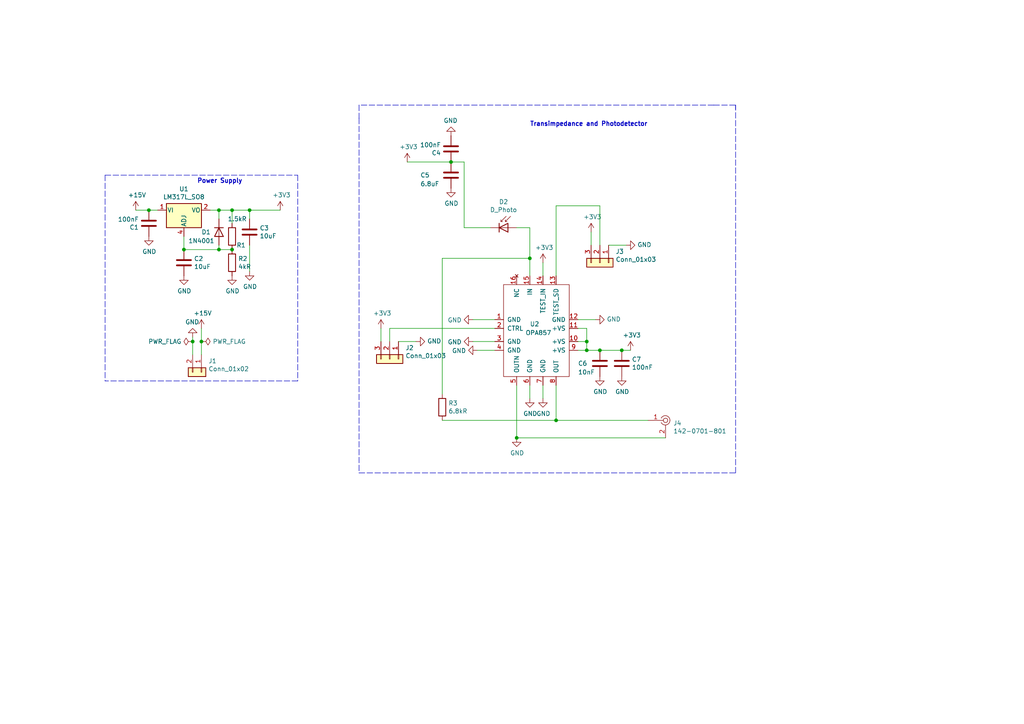
<source format=kicad_sch>
(kicad_sch (version 20211123) (generator eeschema)
  (paper "A4")
  (title_block (title "Fast photodetector ") (rev "0.2"))
  (lib_symbols
    (symbol "Connector_Generic:Conn_01x02" (pin_names (offset 1.016) hide)
      (property "Reference" "J" (at 0 2.54 0))
      (property "Value" "Conn_01x02" (at 0 -5.08 0))
      (symbol "Conn_01x02_1_1"
        (rectangle (start -1.27 -2.413) (end 0 -2.667) (stroke (width 0.1524)))
        (rectangle (start -1.27 0.127) (end 0 -0.127) (stroke (width 0.1524)))
        (rectangle (start -1.27 1.27) (end 1.27 -3.81) (stroke (width 0.254)) (fill (type background)))
        (pin passive line (at -5.08 0 0) (length 3.81) (name "Pin_1") (number "1"))
        (pin passive line (at -5.08 -2.54 0) (length 3.81) (name "Pin_2") (number "2"))
      )
    )
    (symbol "Connector_Generic:Conn_01x03" (pin_names (offset 1.016) hide)
      (property "Reference" "J" (at 0 5.08 0))
      (property "Value" "Conn_01x03" (at 0 -5.08 0))
      (symbol "Conn_01x03_1_1"
        (rectangle (start -1.27 -2.413) (end 0 -2.667) (stroke (width 0.1524)))
        (rectangle (start -1.27 0.127) (end 0 -0.127) (stroke (width 0.1524)))
        (rectangle (start -1.27 2.667) (end 0 2.413) (stroke (width 0.1524)))
        (rectangle (start -1.27 3.81) (end 1.27 -3.81) (stroke (width 0.254)) (fill (type background)))
        (pin passive line (at -5.08 2.54 0) (length 3.81) (name "Pin_1") (number "1"))
        (pin passive line (at -5.08 0 0) (length 3.81) (name "Pin_2") (number "2"))
        (pin passive line (at -5.08 -2.54 0) (length 3.81) (name "Pin_3") (number "3"))
      )
    )
    (symbol "Device:C" (pin_numbers hide) (pin_names (offset 0.254))
      (property "Reference" "C" (at 0.635 2.54 0))
      (property "Value" "C" (at 0.635 -2.54 0))
      (symbol "C_0_1"
        (polyline (pts (xy -2.032 -0.762) (xy 2.032 -0.762)) (stroke (width 0.508)))
        (polyline (pts (xy -2.032 0.762) (xy 2.032 0.762)) (stroke (width 0.508)))
      )
      (symbol "C_1_1"
        (pin passive line (at 0 3.81 270) (length 2.794) (name "~") (number "1"))
        (pin passive line (at 0 -3.81 90) (length 2.794) (name "~") (number "2"))
      )
    )
    (symbol "Device:D_Photo" (pin_numbers hide) (pin_names hide)
      (property "Reference" "D" (at 0.508 1.778 0))
      (property "Value" "D_Photo" (at -1.016 -2.794 0))
      (symbol "D_Photo_0_1"
        (polyline (pts (xy -2.54 1.27) (xy -2.54 -1.27)) (stroke (width 0.254)))
        (polyline (pts (xy -2.032 1.778) (xy -1.524 1.778)))
        (polyline (pts (xy 0 0) (xy -2.54 0)))
        (polyline (pts (xy -0.508 3.302) (xy -2.032 1.778) (xy -2.032 2.286)))
        (polyline (pts (xy 0 -1.27) (xy 0 1.27) (xy -2.54 0) (xy 0 -1.27)) (stroke (width 0.254)))
        (polyline (pts (xy 0.762 3.302) (xy -0.762 1.778) (xy -0.762 2.286) (xy -0.762 1.778) (xy -0.254 1.778)))
      )
      (symbol "D_Photo_1_1"
        (pin passive line (at -5.08 0 0) (length 2.54) (name "K") (number "1"))
        (pin passive line (at 2.54 0 180) (length 2.54) (name "A") (number "2"))
      )
    )
    (symbol "Device:R" (pin_numbers hide) (pin_names (offset 0))
      (property "Reference" "R" (at 2.032 0 90))
      (property "Value" "R" (at 0 0 90))
      (symbol "R_0_1"
        (rectangle (start -1.016 -2.54) (end 1.016 2.54) (stroke (width 0.254)))
      )
      (symbol "R_1_1"
        (pin passive line (at 0 3.81 270) (length 1.27) (name "~") (number "1"))
        (pin passive line (at 0 -3.81 90) (length 1.27) (name "~") (number "2"))
      )
    )
    (symbol "Diode:1N4001" (pin_numbers hide) (pin_names hide)
      (property "Reference" "D" (at 0 2.54 0))
      (property "Value" "1N4001" (at 0 -2.54 0))
      (symbol "1N4001_0_1"
        (polyline (pts (xy -1.27 1.27) (xy -1.27 -1.27)) (stroke (width 0.254)))
        (polyline (pts (xy 1.27 0) (xy -1.27 0)))
        (polyline (pts (xy 1.27 1.27) (xy 1.27 -1.27) (xy -1.27 0) (xy 1.27 1.27)) (stroke (width 0.254)))
      )
      (symbol "1N4001_1_1"
        (pin passive line (at -3.81 0 0) (length 2.54) (name "K") (number "1"))
        (pin passive line (at 3.81 0 180) (length 2.54) (name "A") (number "2"))
      )
    )
    (symbol "HighSpeedPD-rescue:142-0701-801-dk_Coaxial-Connectors-RF" (pin_names (offset 1.016))
      (property "Reference" "J" (at -1.27 1.27 0))
      (property "Value" "142-0701-801-dk_Coaxial-Connectors-RF" (at 1.27 -2.54 0))
      (symbol "142-0701-801-dk_Coaxial-Connectors-RF_1_1"
        (arc (start -1.27 0) (mid -0.2651 -1.3081) (end 1.27 -0.635))
        (circle (center 0 0) (radius 0.635))
        (arc (start 1.27 0.635) (mid -0.2496 1.3256) (end -1.27 0))
        (pin passive line (at 5.08 0 180) (length 4.445) (name "~") (number "1"))
        (pin passive line (at 0 -5.08 90) (length 3.683) (name "~") (number "2"))
      )
    )
    (symbol "PD:OPA857" (pin_names (offset 1.016))
      (property "Reference" "U" (at 0 0 0))
      (property "Value" "OPA857" (at 0 2.54 0))
      (symbol "OPA857_0_1"
        (rectangle (start -8.89 13.97) (end 10.16 -12.7))
      )
      (symbol "OPA857_1_1"
        (pin passive line (at -11.43 3.81 0) (length 2.54) (name "GND") (number "1"))
        (pin power_in line (at 12.7 -2.54 180) (length 2.54) (name "+VS") (number "10"))
        (pin power_in line (at 12.7 1.27 180) (length 2.54) (name "+VS") (number "11"))
        (pin passive line (at 12.7 3.81 180) (length 2.54) (name "GND") (number "12"))
        (pin input line (at 6.35 16.51 270) (length 2.54) (name "TEST_SD") (number "13"))
        (pin input line (at 2.54 16.51 270) (length 2.54) (name "TEST_IN") (number "14"))
        (pin input line (at -1.27 16.51 270) (length 2.54) (name "IN") (number "15"))
        (pin no_connect line (at -5.08 16.51 270) (length 2.54) (name "NC") (number "16"))
        (pin input line (at -11.43 1.27 0) (length 2.54) (name "CTRL") (number "2"))
        (pin passive line (at -11.43 -2.54 0) (length 2.54) (name "GND") (number "3"))
        (pin passive line (at -11.43 -5.08 0) (length 2.54) (name "GND") (number "4"))
        (pin output line (at -5.08 -15.24 90) (length 2.54) (name "OUTN") (number "5"))
        (pin passive line (at -1.27 -15.24 90) (length 2.54) (name "GND") (number "6"))
        (pin passive line (at 2.54 -15.24 90) (length 2.54) (name "GND") (number "7"))
        (pin output line (at 6.35 -15.24 90) (length 2.54) (name "OUT") (number "8"))
        (pin power_in line (at 12.7 -5.08 180) (length 2.54) (name "+VS") (number "9"))
      )
    )
    (symbol "Regulator_Linear:LM317L_SO8" (pin_names (offset 0.254))
      (property "Reference" "U" (at -3.81 3.175 0))
      (property "Value" "LM317L_SO8" (at 0 3.175 0))
      (symbol "LM317L_SO8_0_1"
        (rectangle (start -5.08 1.905) (end 5.08 -5.08) (stroke (width 0.254)) (fill (type background)))
      )
      (symbol "LM317L_SO8_1_1"
        (pin power_in line (at -7.62 0 0) (length 2.54) (name "VI") (number "1"))
        (pin power_out line (at 7.62 0 180) (length 2.54) (name "VO") (number "2"))
        (pin passive line (at 7.62 0 180) (length 2.54) hide (name "VO") (number "3"))
        (pin input line (at 0 -7.62 90) (length 2.54) (name "ADJ") (number "4"))
        (pin no_connect line (at -7.62 -2.54 0) (length 2.54) hide (name "NC") (number "5"))
        (pin passive line (at 7.62 0 180) (length 2.54) hide (name "VO") (number "6"))
        (pin passive line (at 7.62 0 180) (length 2.54) hide (name "VO") (number "7"))
        (pin no_connect line (at 7.62 -2.54 180) (length 2.54) hide (name "NC") (number "8"))
      )
    )
    (symbol "power:+15V" (power) (pin_names (offset 0))
      (property "Value" "+15V" (at 0 3.556 0))
      (symbol "+15V_0_1"
        (polyline (pts (xy -0.762 1.27) (xy 0 2.54)))
        (polyline (pts (xy 0 0) (xy 0 2.54)))
        (polyline (pts (xy 0 2.54) (xy 0.762 1.27)))
      )
      (symbol "+15V_1_1"
        (pin power_in line (at 0 0 90) (length 0) hide (name "+15V") (number "1"))
      )
    )
    (symbol "power:+3V3" (power) (pin_names (offset 0))
      (property "Value" "+3V3" (at 0 3.556 0))
      (symbol "+3V3_0_1"
        (polyline (pts (xy -0.762 1.27) (xy 0 2.54)))
        (polyline (pts (xy 0 0) (xy 0 2.54)))
        (polyline (pts (xy 0 2.54) (xy 0.762 1.27)))
      )
      (symbol "+3V3_1_1"
        (pin power_in line (at 0 0 90) (length 0) hide (name "+3V3") (number "1"))
      )
    )
    (symbol "power:GND" (power) (pin_names (offset 0))
      (property "Value" "GND" (at 0 -3.81 0))
      (symbol "GND_0_1"
        (polyline (pts (xy 0 0) (xy 0 -1.27) (xy 1.27 -1.27) (xy 0 -2.54) (xy -1.27 -1.27) (xy 0 -1.27)))
      )
      (symbol "GND_1_1"
        (pin power_in line (at 0 0 270) (length 0) hide (name "GND") (number "1"))
      )
    )
    (symbol "power:PWR_FLAG" (power) (pin_numbers hide) (pin_names (offset 0) hide)
      (property "Value" "PWR_FLAG" (at 0 3.81 0))
      (symbol "PWR_FLAG_0_0"
        (pin power_out line (at 0 0 90) (length 0) (name "pwr") (number "1"))
      )
      (symbol "PWR_FLAG_0_1"
        (polyline (pts (xy 0 0) (xy 0 1.27) (xy -1.016 1.905) (xy 0 2.54) (xy 1.016 1.905) (xy 0 1.27)))
      )
    )
  )
  (junction (at 58.42 99.06))
  (junction (at 63.5 60.96))
  (junction (at 170.18 99.06))
  (junction (at 153.67 74.93))
  (junction (at 67.31 60.96))
  (junction (at 130.81 46.99))
  (junction (at 72.39 60.96))
  (junction (at 63.5 72.39))
  (junction (at 161.29 121.92))
  (junction (at 173.99 101.6))
  (junction (at 55.88 99.06))
  (junction (at 67.31 72.39))
  (junction (at 149.86 127))
  (junction (at 180.34 101.6))
  (junction (at 170.18 101.6))
  (junction (at 43.18 60.96))
  (junction (at 53.34 72.39))
  (wire (pts (xy 180.34 101.6) (xy 182.88 101.6)))
  (wire (pts (xy 137.16 99.06) (xy 143.51 99.06)))
  (wire (pts (xy 173.99 101.6) (xy 180.34 101.6)))
  (wire (pts (xy 153.67 74.93) (xy 128.27 74.93)))
  (polyline (pts (xy 86.36 110.49) (xy 30.48 110.49)))
  (wire (pts (xy 157.48 111.76) (xy 157.48 115.57)))
  (wire (pts (xy 63.5 72.39) (xy 67.31 72.39)))
  (wire (pts (xy 167.64 95.25) (xy 170.18 95.25)))
  (wire (pts (xy 167.64 99.06) (xy 170.18 99.06)))
  (wire (pts (xy 153.67 74.93) (xy 153.67 66.04)))
  (polyline (pts (xy 213.36 30.48) (xy 213.36 31.75)))
  (wire (pts (xy 67.31 60.96) (xy 67.31 64.77)))
  (polyline (pts (xy 30.48 50.8) (xy 30.48 110.49)))
  (wire (pts (xy 157.48 76.2) (xy 157.48 80.01)))
  (wire (pts (xy 176.53 71.12) (xy 181.61 71.12)))
  (wire (pts (xy 153.67 111.76) (xy 153.67 115.57)))
  (polyline (pts (xy 104.14 137.16) (xy 207.01 137.16)))
  (wire (pts (xy 130.81 46.99) (xy 134.62 46.99)))
  (wire (pts (xy 161.29 121.92) (xy 187.96 121.92)))
  (wire (pts (xy 118.11 46.99) (xy 130.81 46.99)))
  (wire (pts (xy 167.64 92.71) (xy 172.72 92.71)))
  (wire (pts (xy 113.03 95.25) (xy 143.51 95.25)))
  (wire (pts (xy 170.18 101.6) (xy 173.99 101.6)))
  (wire (pts (xy 55.88 99.06) (xy 55.88 102.87)))
  (wire (pts (xy 63.5 60.96) (xy 67.31 60.96)))
  (wire (pts (xy 138.43 101.6) (xy 143.51 101.6)))
  (wire (pts (xy 134.62 66.04) (xy 142.24 66.04)))
  (wire (pts (xy 173.99 59.69) (xy 173.99 71.12)))
  (wire (pts (xy 153.67 80.01) (xy 153.67 74.93)))
  (polyline (pts (xy 30.48 50.8) (xy 86.36 50.8)))
  (polyline (pts (xy 104.14 30.48) (xy 104.14 34.29)))
  (wire (pts (xy 43.18 60.96) (xy 45.72 60.96)))
  (wire (pts (xy 149.86 127) (xy 193.04 127)))
  (polyline (pts (xy 207.01 137.16) (xy 213.36 137.16)))
  (wire (pts (xy 72.39 60.96) (xy 81.28 60.96)))
  (wire (pts (xy 115.57 99.06) (xy 120.65 99.06)))
  (wire (pts (xy 58.42 99.06) (xy 58.42 102.87)))
  (wire (pts (xy 153.67 66.04) (xy 149.86 66.04)))
  (wire (pts (xy 149.86 111.76) (xy 149.86 127)))
  (polyline (pts (xy 104.14 34.29) (xy 104.14 137.16)))
  (wire (pts (xy 170.18 95.25) (xy 170.18 99.06)))
  (wire (pts (xy 72.39 60.96) (xy 72.39 63.5)))
  (polyline (pts (xy 86.36 50.8) (xy 86.36 110.49)))
  (wire (pts (xy 128.27 74.93) (xy 128.27 114.3)))
  (polyline (pts (xy 207.01 30.48) (xy 104.14 30.48)))
  (wire (pts (xy 137.16 92.71) (xy 143.51 92.71)))
  (wire (pts (xy 113.03 99.06) (xy 113.03 95.25)))
  (polyline (pts (xy 207.01 30.48) (xy 213.36 30.48)))
  (wire (pts (xy 161.29 59.69) (xy 173.99 59.69)))
  (wire (pts (xy 60.96 60.96) (xy 63.5 60.96)))
  (wire (pts (xy 170.18 99.06) (xy 170.18 101.6)))
  (wire (pts (xy 58.42 95.25) (xy 58.42 99.06)))
  (wire (pts (xy 170.18 101.6) (xy 167.64 101.6)))
  (wire (pts (xy 67.31 60.96) (xy 72.39 60.96)))
  (wire (pts (xy 53.34 72.39) (xy 63.5 72.39)))
  (wire (pts (xy 161.29 80.01) (xy 161.29 59.69)))
  (wire (pts (xy 39.37 60.96) (xy 43.18 60.96)))
  (wire (pts (xy 171.45 67.31) (xy 171.45 71.12)))
  (wire (pts (xy 55.88 97.79) (xy 55.88 99.06)))
  (wire (pts (xy 134.62 46.99) (xy 134.62 66.04)))
  (wire (pts (xy 72.39 71.12) (xy 72.39 78.74)))
  (wire (pts (xy 128.27 121.92) (xy 161.29 121.92)))
  (wire (pts (xy 63.5 60.96) (xy 63.5 63.5)))
  (wire (pts (xy 53.34 68.58) (xy 53.34 72.39)))
  (polyline (pts (xy 213.36 137.16) (xy 213.36 30.48)))
  (wire (pts (xy 161.29 111.76) (xy 161.29 121.92)))
  (wire (pts (xy 63.5 71.12) (xy 63.5 72.39)))
  (wire (pts (xy 110.49 95.25) (xy 110.49 99.06)))
  (text "Transimpedance and Photodetector" (at 153.67 36.83 0) (effects (font (size 1.27 1.27) (thickness 0.254) bold) (justify left bottom)))
  (text "Power Supply\n" (at 57.15 53.34 0) (effects (font (size 1.27 1.27) (thickness 0.254) bold) (justify left bottom)))
  (symbol (lib_id "PD:OPA857") (at 154.94 96.52 0) (unit 1)
    (property "Reference" "U2" (at 153.67 93.98 0) (effects (justify left)))
    (property "Value" "OPA857" (at 152.4 96.52 0) (effects (justify left)))
    (property "Footprint" "digikey-footprints:VFQFN-16-1EP_3x3mm" (effects hide))
    (property "Datasheet" "http://www.ti.com/lit/ds/symlink/opa857.pdf" (effects hide))
  )
  (symbol (lib_id "power:GND") (at 153.67 115.57 0) (unit 1)
    (property "Reference" "#PWR018" (effects hide))
    (property "Value" "GND" (at 153.797 119.9642 0))
  )
  (symbol (lib_id "power:GND") (at 157.48 115.57 0) (unit 1)
    (property "Reference" "#PWR020" (effects hide))
    (property "Value" "GND" (at 157.607 119.9642 0))
  )
  (symbol (lib_id "power:GND") (at 138.43 101.6 270) (unit 1)
    (property "Reference" "#PWR016" (effects hide))
    (property "Value" "GND" (at 135.1788 101.727 90) (effects (justify right)))
  )
  (symbol (lib_id "power:GND") (at 137.16 99.06 270) (unit 1)
    (property "Reference" "#PWR015" (effects hide))
    (property "Value" "GND" (at 133.9088 99.187 90) (effects (justify right)))
  )
  (symbol (lib_id "power:GND") (at 137.16 92.71 270) (unit 1)
    (property "Reference" "#PWR014" (effects hide))
    (property "Value" "GND" (at 133.9088 92.837 90) (effects (justify right)))
  )
  (symbol (lib_id "power:GND") (at 172.72 92.71 90) (unit 1)
    (property "Reference" "#PWR022" (effects hide))
    (property "Value" "GND" (at 175.9712 92.583 90) (effects (justify right)))
  )
  (symbol (lib_id "Connector_Generic:Conn_01x03") (at 113.03 104.14 270) (unit 1)
    (property "Reference" "J2" (at 117.602 100.8888 90) (effects (justify left)))
    (property "Value" "Conn_01x03" (at 117.602 103.2002 90) (effects (justify left)))
    (property "Footprint" "Connector_PinHeader_2.54mm:PinHeader_1x03_P2.54mm_Vertical" (effects hide))
  )
  (symbol (lib_id "power:GND") (at 120.65 99.06 90) (unit 1)
    (property "Reference" "#PWR011" (effects hide))
    (property "Value" "GND" (at 123.9012 98.933 90) (effects (justify right)))
  )
  (symbol (lib_id "power:+3V3") (at 110.49 95.25 0) (unit 1)
    (property "Reference" "#PWR09" (effects hide))
    (property "Value" "+3V3" (at 110.871 90.8558 0))
  )
  (symbol (lib_id "Device:R") (at 67.31 68.58 0) (unit 1)
    (property "Reference" "R1" (at 68.58 71.12 0) (effects (justify left)))
    (property "Value" "1.5kR" (at 66.04 63.5 0) (effects (justify left)))
    (property "Footprint" "Resistor_SMD:R_1206_3216Metric" (effects hide))
  )
  (symbol (lib_id "Device:R") (at 67.31 76.2 0) (unit 1)
    (property "Reference" "R2" (at 69.088 75.0316 0) (effects (justify left)))
    (property "Value" "4kR" (at 69.088 77.343 0) (effects (justify left)))
    (property "Footprint" "Resistor_SMD:R_1206_3216Metric" (effects hide))
  )
  (symbol (lib_id "power:GND") (at 67.31 80.01 0) (unit 1)
    (property "Reference" "#PWR06" (effects hide))
    (property "Value" "GND" (at 67.437 84.4042 0))
  )
  (symbol (lib_id "Device:C") (at 53.34 76.2 0) (unit 1)
    (property "Reference" "C2" (at 56.261 75.0316 0) (effects (justify left)))
    (property "Value" "10uF" (at 56.261 77.343 0) (effects (justify left)))
    (property "Footprint" "Capacitor_SMD:C_1206_3216Metric" (effects hide))
  )
  (symbol (lib_id "power:GND") (at 53.34 80.01 0) (unit 1)
    (property "Reference" "#PWR05" (effects hide))
    (property "Value" "GND" (at 53.467 84.4042 0))
  )
  (symbol (lib_id "power:+3V3") (at 81.28 60.96 0) (unit 1)
    (property "Reference" "#PWR08" (effects hide))
    (property "Value" "+3V3" (at 81.661 56.5658 0))
  )
  (symbol (lib_id "power:+15V") (at 58.42 95.25 0) (unit 1)
    (property "Reference" "#PWR02" (effects hide))
    (property "Value" "+15V" (at 58.801 90.8558 0))
  )
  (symbol (lib_id "Diode:1N4001") (at 63.5 67.31 270) (unit 1)
    (property "Reference" "D1" (at 58.42 67.31 90) (effects (justify left)))
    (property "Value" "1N4001" (at 54.61 69.85 90) (effects (justify left)))
    (property "Footprint" "Diode_THT:D_DO-41_SOD81_P10.16mm_Horizontal" (effects hide))
    (property "Datasheet" "http://www.vishay.com/docs/88503/1n4001.pdf" (effects hide))
  )
  (symbol (lib_id "power:GND") (at 55.88 97.79 180) (unit 1)
    (property "Reference" "#PWR01" (effects hide))
    (property "Value" "GND" (at 55.753 93.3958 0))
  )
  (symbol (lib_id "power:PWR_FLAG") (at 58.42 99.06 270) (unit 1)
    (property "Reference" "#FLG02" (effects hide))
    (property "Value" "PWR_FLAG" (at 61.6712 99.06 90) (effects (justify left)))
  )
  (symbol (lib_id "power:PWR_FLAG") (at 55.88 99.06 90) (unit 1)
    (property "Reference" "#FLG01" (effects hide))
    (property "Value" "PWR_FLAG" (at 52.6542 99.06 90) (effects (justify left)))
  )
  (symbol (lib_id "power:+15V") (at 39.37 60.96 0) (unit 1)
    (property "Reference" "#PWR03" (effects hide))
    (property "Value" "+15V" (at 39.751 56.5658 0))
  )
  (symbol (lib_id "power:+3V3") (at 182.88 101.6 0) (unit 1)
    (property "Reference" "#PWR026" (effects hide))
    (property "Value" "+3V3" (at 183.261 97.2058 0))
  )
  (symbol (lib_id "Device:C") (at 72.39 67.31 0) (unit 1)
    (property "Reference" "C3" (at 75.311 66.1416 0) (effects (justify left)))
    (property "Value" "10uF" (at 75.311 68.453 0) (effects (justify left)))
    (property "Footprint" "Capacitor_SMD:C_1206_3216Metric" (effects hide))
  )
  (symbol (lib_id "power:GND") (at 72.39 78.74 0) (unit 1)
    (property "Reference" "#PWR07" (effects hide))
    (property "Value" "GND" (at 72.517 83.1342 0))
  )
  (symbol (lib_id "Regulator_Linear:LM317L_SO8") (at 53.34 60.96 0) (unit 1)
    (property "Reference" "U1" (at 53.34 54.8132 0))
    (property "Value" "LM317L_SO8" (at 53.34 57.1246 0))
    (property "Footprint" "Package_SO:SOIC-8_3.9x4.9mm_P1.27mm" (effects hide))
    (property "Datasheet" "http://www.ti.com/lit/ds/snvs775k/snvs775k.pdf" (effects hide))
  )
  (symbol (lib_id "Connector_Generic:Conn_01x02") (at 58.42 107.95 270) (unit 1)
    (property "Reference" "J1" (at 60.452 104.6988 90) (effects (justify left)))
    (property "Value" "Conn_01x02" (at 60.452 107.0102 90) (effects (justify left)))
    (property "Footprint" "Connector_PinHeader_2.54mm:PinHeader_1x02_P2.54mm_Vertical" (effects hide))
  )
  (symbol (lib_id "power:+3V3") (at 157.48 76.2 0) (unit 1)
    (property "Reference" "#PWR019" (effects hide))
    (property "Value" "+3V3" (at 157.861 71.8058 0))
  )
  (symbol (lib_id "HighSpeedPD-rescue:142-0701-801-dk_Coaxial-Connectors-RF") (at 193.04 121.92 0) (mirror y) (unit 1)
    (property "Reference" "J4" (at 195.2752 122.7328 0) (effects (justify right)))
    (property "Value" "142-0701-801" (at 195.2752 125.0442 0) (effects (justify right)))
    (property "Footprint" "digikey-footprints:RF_SMA_BoardEdge_142-0701-801" (effects hide))
    (property "Datasheet" "http://www.belfuse.com/resources/Johnson/drawings/dr-1420701801.pdf" (effects hide))
    (property "Digi-Key_PN" "J502-ND" (effects hide))
    (property "MPN" "142-0701-801" (effects hide))
    (property "Category" "Connectors, Interconnects" (effects hide))
    (property "Family" "Coaxial Connectors (RF)" (effects hide))
    (property "DK_Datasheet_Link" "http://www.belfuse.com/resources/Johnson/drawings/dr-1420701801.pdf" (effects hide))
    (property "DK_Detail_Page" "/product-detail/en/cinch-connectivity-solutions-johnson/142-0701-801/J502-ND/35280" (effects hide))
    (property "Description" "CONN SMA JACK STR 50OHM EDGE MNT" (effects hide))
    (property "Manufacturer" "Cinch Connectivity Solutions Johnson" (effects hide))
    (property "Status" "Active" (effects hide))
  )
  (symbol (lib_id "power:GND") (at 149.86 127 0) (unit 1)
    (property "Reference" "#PWR017" (effects hide))
    (property "Value" "GND" (at 149.987 131.3942 0))
  )
  (symbol (lib_id "Connector_Generic:Conn_01x03") (at 173.99 76.2 270) (unit 1)
    (property "Reference" "J3" (at 178.562 72.9488 90) (effects (justify left)))
    (property "Value" "Conn_01x03" (at 178.562 75.2602 90) (effects (justify left)))
    (property "Footprint" "Connector_PinHeader_2.54mm:PinHeader_1x03_P2.54mm_Vertical" (effects hide))
  )
  (symbol (lib_id "power:GND") (at 181.61 71.12 90) (unit 1)
    (property "Reference" "#PWR025" (effects hide))
    (property "Value" "GND" (at 184.8612 70.993 90) (effects (justify right)))
  )
  (symbol (lib_id "power:+3V3") (at 171.45 67.31 0) (unit 1)
    (property "Reference" "#PWR021" (effects hide))
    (property "Value" "+3V3" (at 171.831 62.9158 0))
  )
  (symbol (lib_id "Device:D_Photo") (at 147.32 66.04 0) (unit 1)
    (property "Reference" "D2" (at 146.05 58.547 0))
    (property "Value" "D_Photo" (at 146.05 60.8584 0))
    (property "Footprint" "Package_TO_SOT_THT:TO-18-3" (effects hide))
  )
  (symbol (lib_id "Device:C") (at 173.99 105.41 0) (unit 1)
    (property "Reference" "C6" (at 167.64 105.41 0) (effects (justify left)))
    (property "Value" "10nF" (at 167.64 107.95 0) (effects (justify left)))
    (property "Footprint" "Capacitor_SMD:C_1206_3216Metric" (effects hide))
  )
  (symbol (lib_id "Device:C") (at 180.34 105.41 0) (unit 1)
    (property "Reference" "C7" (at 183.261 104.2416 0) (effects (justify left)))
    (property "Value" "100nF" (at 183.261 106.553 0) (effects (justify left)))
    (property "Footprint" "Capacitor_SMD:C_1206_3216Metric" (effects hide))
  )
  (symbol (lib_id "power:GND") (at 173.99 109.22 0) (unit 1)
    (property "Reference" "#PWR023" (effects hide))
    (property "Value" "GND" (at 174.117 113.6142 0))
  )
  (symbol (lib_id "power:GND") (at 180.34 109.22 0) (unit 1)
    (property "Reference" "#PWR024" (effects hide))
    (property "Value" "GND" (at 180.467 113.6142 0))
  )
  (symbol (lib_id "Device:C") (at 130.81 43.18 180) (unit 1)
    (property "Reference" "C4" (at 127.889 44.3484 0) (effects (justify left)))
    (property "Value" "100nF" (at 127.889 42.037 0) (effects (justify left)))
    (property "Footprint" "Capacitor_SMD:C_1206_3216Metric" (effects hide))
  )
  (symbol (lib_id "Device:C") (at 130.81 50.8 0) (unit 1)
    (property "Reference" "C5" (at 121.92 50.8 0) (effects (justify left)))
    (property "Value" "6.8uF" (at 121.92 53.34 0) (effects (justify left)))
    (property "Footprint" "Capacitor_SMD:C_1206_3216Metric" (effects hide))
  )
  (symbol (lib_id "power:GND") (at 130.81 54.61 0) (unit 1)
    (property "Reference" "#PWR013" (effects hide))
    (property "Value" "GND" (at 130.937 59.0042 0))
  )
  (symbol (lib_id "power:GND") (at 130.81 39.37 180) (unit 1)
    (property "Reference" "#PWR012" (effects hide))
    (property "Value" "GND" (at 130.683 34.9758 0))
  )
  (symbol (lib_id "Device:R") (at 128.27 118.11 0) (unit 1)
    (property "Reference" "R3" (at 130.048 116.9416 0) (effects (justify left)))
    (property "Value" "6.8kR" (at 130.048 119.253 0) (effects (justify left)))
    (property "Footprint" "Resistor_SMD:R_1206_3216Metric" (effects hide))
  )
  (symbol (lib_id "Device:C") (at 43.18 64.77 180) (unit 1)
    (property "Reference" "C1" (at 40.259 65.9384 0) (effects (justify left)))
    (property "Value" "100nF" (at 40.259 63.627 0) (effects (justify left)))
    (property "Footprint" "Capacitor_SMD:C_1206_3216Metric" (effects hide))
  )
  (symbol (lib_id "power:GND") (at 43.18 68.58 0) (unit 1)
    (property "Reference" "#PWR04" (effects hide))
    (property "Value" "GND" (at 43.307 72.9742 0))
  )
  (symbol (lib_id "power:+3V3") (at 118.11 46.99 0) (unit 1)
    (property "Reference" "#PWR010" (effects hide))
    (property "Value" "+3V3" (at 118.491 42.5958 0))
  )
)
</source>
